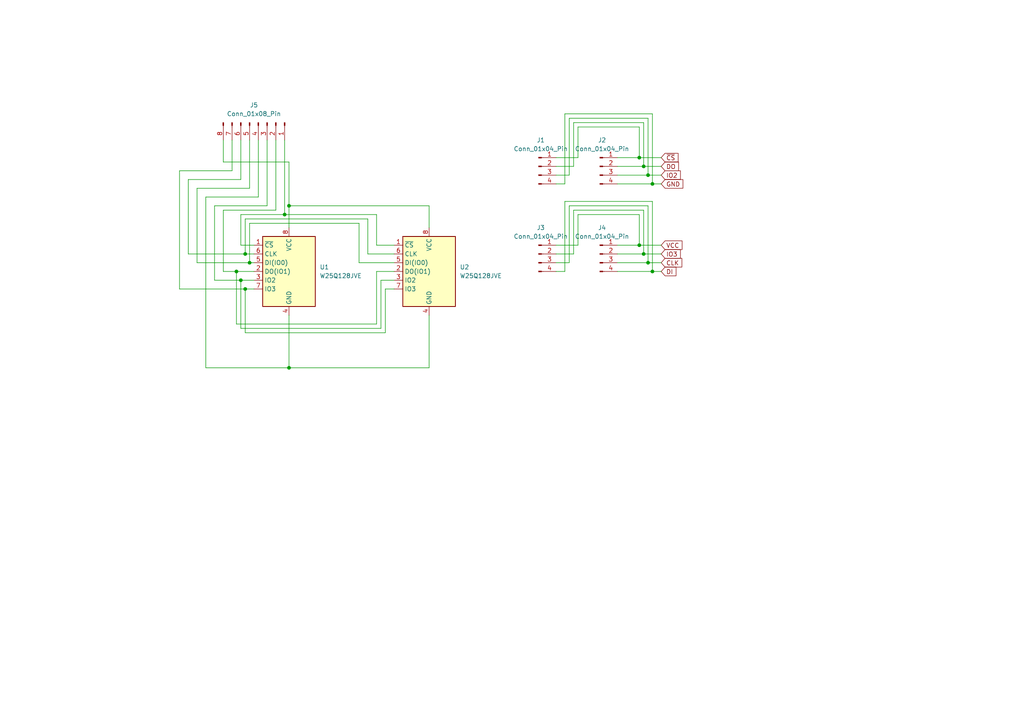
<source format=kicad_sch>
(kicad_sch (version 20231120) (generator "eeschema") (generator_version "8.0")
  (paper "A4")
  (lib_symbols
    (symbol "Connector:Conn_01x04_Pin" (pin_names (offset 1.016) hide)
      (property "Reference" "J" (at 0 5.08 0))
      (property "Value" "Conn_01x04_Pin" (at 0 -7.62 0))
      (symbol "Conn_01x04_Pin_1_1"
        (polyline (pts (xy 1.27 -5.08) (xy 0.8636 -5.08)) (stroke (width 0.1524)))
        (polyline (pts (xy 1.27 -2.54) (xy 0.8636 -2.54)) (stroke (width 0.1524)))
        (polyline (pts (xy 1.27 0) (xy 0.8636 0)) (stroke (width 0.1524)))
        (polyline (pts (xy 1.27 2.54) (xy 0.8636 2.54)) (stroke (width 0.1524)))
        (rectangle (start 0.8636 -4.953) (end 0 -5.207) (stroke (width 0.1524)) (fill (type outline)))
        (rectangle (start 0.8636 -2.413) (end 0 -2.667) (stroke (width 0.1524)) (fill (type outline)))
        (rectangle (start 0.8636 0.127) (end 0 -0.127) (stroke (width 0.1524)) (fill (type outline)))
        (rectangle (start 0.8636 2.667) (end 0 2.413) (stroke (width 0.1524)) (fill (type outline)))
        (pin passive line (at 5.08 2.54 180) (length 3.81) (name "Pin_1") (number "1"))
        (pin passive line (at 5.08 0 180) (length 3.81) (name "Pin_2") (number "2"))
        (pin passive line (at 5.08 -2.54 180) (length 3.81) (name "Pin_3") (number "3"))
        (pin passive line (at 5.08 -5.08 180) (length 3.81) (name "Pin_4") (number "4"))
      )
    )
    (symbol "Connector:Conn_01x08_Pin" (pin_names (offset 1.016) hide)
      (property "Reference" "J" (at 0 10.16 0))
      (property "Value" "Conn_01x08_Pin" (at 0 -12.7 0))
      (symbol "Conn_01x08_Pin_1_1"
        (polyline (pts (xy 1.27 -10.16) (xy 0.8636 -10.16)) (stroke (width 0.1524)))
        (polyline (pts (xy 1.27 -7.62) (xy 0.8636 -7.62)) (stroke (width 0.1524)))
        (polyline (pts (xy 1.27 -5.08) (xy 0.8636 -5.08)) (stroke (width 0.1524)))
        (polyline (pts (xy 1.27 -2.54) (xy 0.8636 -2.54)) (stroke (width 0.1524)))
        (polyline (pts (xy 1.27 0) (xy 0.8636 0)) (stroke (width 0.1524)))
        (polyline (pts (xy 1.27 2.54) (xy 0.8636 2.54)) (stroke (width 0.1524)))
        (polyline (pts (xy 1.27 5.08) (xy 0.8636 5.08)) (stroke (width 0.1524)))
        (polyline (pts (xy 1.27 7.62) (xy 0.8636 7.62)) (stroke (width 0.1524)))
        (rectangle (start 0.8636 -10.033) (end 0 -10.287) (stroke (width 0.1524)) (fill (type outline)))
        (rectangle (start 0.8636 -7.493) (end 0 -7.747) (stroke (width 0.1524)) (fill (type outline)))
        (rectangle (start 0.8636 -4.953) (end 0 -5.207) (stroke (width 0.1524)) (fill (type outline)))
        (rectangle (start 0.8636 -2.413) (end 0 -2.667) (stroke (width 0.1524)) (fill (type outline)))
        (rectangle (start 0.8636 0.127) (end 0 -0.127) (stroke (width 0.1524)) (fill (type outline)))
        (rectangle (start 0.8636 2.667) (end 0 2.413) (stroke (width 0.1524)) (fill (type outline)))
        (rectangle (start 0.8636 5.207) (end 0 4.953) (stroke (width 0.1524)) (fill (type outline)))
        (rectangle (start 0.8636 7.747) (end 0 7.493) (stroke (width 0.1524)) (fill (type outline)))
        (pin passive line (at 5.08 7.62 180) (length 3.81) (name "Pin_1") (number "1"))
        (pin passive line (at 5.08 5.08 180) (length 3.81) (name "Pin_2") (number "2"))
        (pin passive line (at 5.08 2.54 180) (length 3.81) (name "Pin_3") (number "3"))
        (pin passive line (at 5.08 0 180) (length 3.81) (name "Pin_4") (number "4"))
        (pin passive line (at 5.08 -2.54 180) (length 3.81) (name "Pin_5") (number "5"))
        (pin passive line (at 5.08 -5.08 180) (length 3.81) (name "Pin_6") (number "6"))
        (pin passive line (at 5.08 -7.62 180) (length 3.81) (name "Pin_7") (number "7"))
        (pin passive line (at 5.08 -10.16 180) (length 3.81) (name "Pin_8") (number "8"))
      )
    )
    (symbol "Memory_Flash:W25Q128JVE"
      (property "Reference" "U" (at -6.35 11.43 0))
      (property "Value" "W25Q128JVE" (at 7.62 11.43 0))
      (symbol "W25Q128JVE_0_1"
        (rectangle (start -7.62 10.16) (end 7.62 -10.16) (stroke (width 0.254)) (fill (type background)))
      )
      (symbol "W25Q128JVE_1_1"
        (pin input line (at -10.16 7.62 0) (length 2.54) (name "~{CS}") (number "1"))
        (pin bidirectional line (at -10.16 0 0) (length 2.54) (name "DO(IO1)") (number "2"))
        (pin bidirectional line (at -10.16 -2.54 0) (length 2.54) (name "IO2") (number "3"))
        (pin power_in line (at 0 -12.7 90) (length 2.54) (name "GND") (number "4"))
        (pin bidirectional line (at -10.16 2.54 0) (length 2.54) (name "DI(IO0)") (number "5"))
        (pin input line (at -10.16 5.08 0) (length 2.54) (name "CLK") (number "6"))
        (pin bidirectional line (at -10.16 -5.08 0) (length 2.54) (name "IO3") (number "7"))
        (pin power_in line (at 0 12.7 270) (length 2.54) (name "VCC") (number "8"))
      )
    )
  )
  (junction (at 83.82 106.68))
  (junction (at 71.12 73.66))
  (junction (at 187.96 76.2))
  (junction (at 68.58 78.74))
  (junction (at 185.42 71.12))
  (junction (at 69.85 81.28))
  (junction (at 187.96 50.8))
  (junction (at 189.23 53.34))
  (junction (at 185.42 45.72))
  (junction (at 189.23 78.74))
  (junction (at 186.69 48.26))
  (junction (at 71.12 83.82))
  (junction (at 82.55 62.23))
  (junction (at 72.39 76.2))
  (junction (at 186.69 73.66))
  (junction (at 83.82 59.69))
  (wire (pts (xy 179.07 48.26) (xy 186.69 48.26)))
  (wire (pts (xy 111.76 96.52) (xy 71.12 96.52)))
  (wire (pts (xy 72.39 76.2) (xy 73.66 76.2)))
  (wire (pts (xy 67.31 40.64) (xy 67.31 49.53)))
  (wire (pts (xy 114.3 71.12) (xy 109.22 71.12)))
  (wire (pts (xy 114.3 73.66) (xy 106.68 73.66)))
  (wire (pts (xy 163.83 33.02) (xy 189.23 33.02)))
  (wire (pts (xy 72.39 64.77) (xy 104.14 64.77)))
  (wire (pts (xy 71.12 96.52) (xy 71.12 83.82)))
  (wire (pts (xy 83.82 46.99) (xy 64.77 46.99)))
  (wire (pts (xy 72.39 40.64) (xy 72.39 54.61)))
  (wire (pts (xy 186.69 73.66) (xy 186.69 60.96)))
  (wire (pts (xy 187.96 50.8) (xy 191.77 50.8)))
  (wire (pts (xy 83.82 59.69) (xy 83.82 46.99)))
  (wire (pts (xy 68.58 78.74) (xy 73.66 78.74)))
  (wire (pts (xy 166.37 35.56) (xy 166.37 48.26)))
  (wire (pts (xy 165.1 59.69) (xy 187.96 59.69)))
  (wire (pts (xy 57.15 76.2) (xy 72.39 76.2)))
  (wire (pts (xy 124.46 66.04) (xy 124.46 59.69)))
  (wire (pts (xy 187.96 59.69) (xy 187.96 76.2)))
  (wire (pts (xy 189.23 53.34) (xy 179.07 53.34)))
  (wire (pts (xy 186.69 48.26) (xy 186.69 35.56)))
  (wire (pts (xy 161.29 50.8) (xy 165.1 50.8)))
  (wire (pts (xy 163.83 78.74) (xy 163.83 58.42)))
  (wire (pts (xy 167.64 71.12) (xy 167.64 62.23)))
  (wire (pts (xy 69.85 40.64) (xy 69.85 52.07)))
  (wire (pts (xy 110.49 95.25) (xy 69.85 95.25)))
  (wire (pts (xy 110.49 81.28) (xy 110.49 95.25)))
  (wire (pts (xy 163.83 53.34) (xy 163.83 33.02)))
  (wire (pts (xy 185.42 71.12) (xy 191.77 71.12)))
  (wire (pts (xy 74.93 57.15) (xy 59.69 57.15)))
  (wire (pts (xy 189.23 58.42) (xy 189.23 78.74)))
  (wire (pts (xy 114.3 83.82) (xy 111.76 83.82)))
  (wire (pts (xy 57.15 54.61) (xy 57.15 76.2)))
  (wire (pts (xy 54.61 52.07) (xy 54.61 73.66)))
  (wire (pts (xy 74.93 40.64) (xy 74.93 57.15)))
  (wire (pts (xy 161.29 45.72) (xy 167.64 45.72)))
  (wire (pts (xy 54.61 52.07) (xy 69.85 52.07)))
  (wire (pts (xy 167.64 62.23) (xy 185.42 62.23)))
  (wire (pts (xy 82.55 62.23) (xy 109.22 62.23)))
  (wire (pts (xy 189.23 78.74) (xy 191.77 78.74)))
  (wire (pts (xy 124.46 59.69) (xy 83.82 59.69)))
  (wire (pts (xy 71.12 83.82) (xy 52.07 83.82)))
  (wire (pts (xy 106.68 63.5) (xy 106.68 73.66)))
  (wire (pts (xy 64.77 78.74) (xy 68.58 78.74)))
  (wire (pts (xy 77.47 40.64) (xy 77.47 59.69)))
  (wire (pts (xy 166.37 60.96) (xy 166.37 73.66)))
  (wire (pts (xy 77.47 59.69) (xy 62.23 59.69)))
  (wire (pts (xy 72.39 64.77) (xy 72.39 76.2)))
  (wire (pts (xy 167.64 45.72) (xy 167.64 36.83)))
  (wire (pts (xy 69.85 81.28) (xy 73.66 81.28)))
  (wire (pts (xy 71.12 63.5) (xy 106.68 63.5)))
  (wire (pts (xy 69.85 95.25) (xy 69.85 81.28)))
  (wire (pts (xy 71.12 63.5) (xy 71.12 73.66)))
  (wire (pts (xy 71.12 73.66) (xy 73.66 73.66)))
  (wire (pts (xy 54.61 73.66) (xy 71.12 73.66)))
  (wire (pts (xy 83.82 59.69) (xy 83.82 66.04)))
  (wire (pts (xy 64.77 60.96) (xy 64.77 78.74)))
  (wire (pts (xy 161.29 53.34) (xy 163.83 53.34)))
  (wire (pts (xy 124.46 91.44) (xy 124.46 106.68)))
  (wire (pts (xy 59.69 57.15) (xy 59.69 106.68)))
  (wire (pts (xy 187.96 76.2) (xy 179.07 76.2)))
  (wire (pts (xy 80.01 40.64) (xy 80.01 60.96)))
  (wire (pts (xy 189.23 78.74) (xy 179.07 78.74)))
  (wire (pts (xy 167.64 36.83) (xy 185.42 36.83)))
  (wire (pts (xy 109.22 62.23) (xy 109.22 71.12)))
  (wire (pts (xy 161.29 78.74) (xy 163.83 78.74)))
  (wire (pts (xy 186.69 73.66) (xy 191.77 73.66)))
  (wire (pts (xy 109.22 78.74) (xy 109.22 93.98)))
  (wire (pts (xy 163.83 58.42) (xy 189.23 58.42)))
  (wire (pts (xy 161.29 71.12) (xy 167.64 71.12)))
  (wire (pts (xy 161.29 76.2) (xy 165.1 76.2)))
  (wire (pts (xy 109.22 93.98) (xy 68.58 93.98)))
  (wire (pts (xy 189.23 33.02) (xy 189.23 53.34)))
  (wire (pts (xy 80.01 60.96) (xy 64.77 60.96)))
  (wire (pts (xy 186.69 35.56) (xy 166.37 35.56)))
  (wire (pts (xy 83.82 106.68) (xy 83.82 91.44)))
  (wire (pts (xy 186.69 60.96) (xy 166.37 60.96)))
  (wire (pts (xy 114.3 78.74) (xy 109.22 78.74)))
  (wire (pts (xy 187.96 34.29) (xy 187.96 50.8)))
  (wire (pts (xy 186.69 48.26) (xy 191.77 48.26)))
  (wire (pts (xy 62.23 59.69) (xy 62.23 81.28)))
  (wire (pts (xy 165.1 34.29) (xy 187.96 34.29)))
  (wire (pts (xy 71.12 83.82) (xy 73.66 83.82)))
  (wire (pts (xy 69.85 62.23) (xy 69.85 71.12)))
  (wire (pts (xy 187.96 76.2) (xy 191.77 76.2)))
  (wire (pts (xy 185.42 62.23) (xy 185.42 71.12)))
  (wire (pts (xy 185.42 45.72) (xy 191.77 45.72)))
  (wire (pts (xy 185.42 36.83) (xy 185.42 45.72)))
  (wire (pts (xy 165.1 50.8) (xy 165.1 34.29)))
  (wire (pts (xy 114.3 76.2) (xy 104.14 76.2)))
  (wire (pts (xy 62.23 81.28) (xy 69.85 81.28)))
  (wire (pts (xy 166.37 48.26) (xy 161.29 48.26)))
  (wire (pts (xy 57.15 54.61) (xy 72.39 54.61)))
  (wire (pts (xy 59.69 106.68) (xy 83.82 106.68)))
  (wire (pts (xy 124.46 106.68) (xy 83.82 106.68)))
  (wire (pts (xy 82.55 40.64) (xy 82.55 62.23)))
  (wire (pts (xy 69.85 62.23) (xy 82.55 62.23)))
  (wire (pts (xy 69.85 71.12) (xy 73.66 71.12)))
  (wire (pts (xy 165.1 76.2) (xy 165.1 59.69)))
  (wire (pts (xy 189.23 53.34) (xy 191.77 53.34)))
  (wire (pts (xy 185.42 45.72) (xy 179.07 45.72)))
  (wire (pts (xy 185.42 71.12) (xy 179.07 71.12)))
  (wire (pts (xy 166.37 73.66) (xy 161.29 73.66)))
  (wire (pts (xy 179.07 73.66) (xy 186.69 73.66)))
  (wire (pts (xy 104.14 64.77) (xy 104.14 76.2)))
  (wire (pts (xy 111.76 83.82) (xy 111.76 96.52)))
  (wire (pts (xy 68.58 93.98) (xy 68.58 78.74)))
  (wire (pts (xy 114.3 81.28) (xy 110.49 81.28)))
  (wire (pts (xy 52.07 83.82) (xy 52.07 49.53)))
  (wire (pts (xy 64.77 46.99) (xy 64.77 40.64)))
  (wire (pts (xy 187.96 50.8) (xy 179.07 50.8)))
  (wire (pts (xy 67.31 49.53) (xy 52.07 49.53)))
  (global_label "~{CS}" (shape input) (at 191.77 45.72 0) (property "Intersheetrefs" "${INTERSHEET_REFS}" (effects (hide yes))))
  (global_label "VCC" (shape input) (at 191.77 71.12 0) (property "Intersheetrefs" "${INTERSHEET_REFS}" (effects (hide yes))))
  (global_label "DO" (shape input) (at 191.77 48.26 0) (property "Intersheetrefs" "${INTERSHEET_REFS}" (effects (hide yes))))
  (global_label "IO2" (shape input) (at 191.77 50.8 0) (property "Intersheetrefs" "${INTERSHEET_REFS}" (effects (hide yes))))
  (global_label "DI" (shape input) (at 191.77 78.74 0) (property "Intersheetrefs" "${INTERSHEET_REFS}" (effects (hide yes))))
  (global_label "CLK" (shape input) (at 191.77 76.2 0) (property "Intersheetrefs" "${INTERSHEET_REFS}" (effects (hide yes))))
  (global_label "GND" (shape input) (at 191.77 53.34 0) (property "Intersheetrefs" "${INTERSHEET_REFS}" (effects (hide yes))))
  (global_label "IO3" (shape input) (at 191.77 73.66 0) (property "Intersheetrefs" "${INTERSHEET_REFS}" (effects (hide yes))))
  (symbol (lib_id "Memory_Flash:W25Q128JVE") (at 124.46 78.74 0) (unit 1)
    (property "Reference" "U2" (at 133.35 77.4699 0) (effects (justify left)))
    (property "Value" "W25Q128JVE" (at 133.35 80.0099 0) (effects (justify left)))
    (property "Footprint" "interposer:WSON-8-1EP_8x6mm_P1.27mm_EP3.4x4.3mm" (effects (hide yes)))
    (property "Datasheet" "https://www.winbond.com/resource-files/w25q128jv_dtr%20revc%2003272018%20plus.pdf" (effects (hide yes)))
    (property "Description" "128Mb Serial Flash Memory, Standard/Dual/Quad SPI, WSON-8" (effects (hide yes)))
  )
  (symbol (lib_id "Connector:Conn_01x04_Pin") (at 173.99 73.66 0) (unit 1)
    (property "Reference" "J4" (at 174.625 66.04 0))
    (property "Value" "Conn_01x04_Pin" (at 174.625 68.58 0))
    (property "Footprint" "interposer:side_solder_1x4" (effects (hide yes)))
    (property "Description" "Generic connector, single row, 01x04, script generated" (effects (hide yes)))
  )
  (symbol (lib_id "Connector:Conn_01x04_Pin") (at 156.21 48.26 0) (unit 1)
    (property "Reference" "J1" (at 156.845 40.64 0))
    (property "Value" "Conn_01x04_Pin" (at 156.845 43.18 0))
    (property "Footprint" "headers:PinHeader_1x04_P2.54mm_Vertical" (effects (hide yes)))
    (property "Description" "Generic connector, single row, 01x04, script generated" (effects (hide yes)))
  )
  (symbol (lib_id "Connector:Conn_01x04_Pin") (at 156.21 73.66 0) (unit 1)
    (property "Reference" "J3" (at 156.845 66.04 0))
    (property "Value" "Conn_01x04_Pin" (at 156.845 68.58 0))
    (property "Footprint" "headers:PinHeader_1x04_P2.54mm_Vertical" (effects (hide yes)))
    (property "Description" "Generic connector, single row, 01x04, script generated" (effects (hide yes)))
  )
  (symbol (lib_id "Memory_Flash:W25Q128JVE") (at 83.82 78.74 0) (unit 1)
    (property "Reference" "U1" (at 92.71 77.4699 0) (effects (justify left)))
    (property "Value" "W25Q128JVE" (at 92.71 80.0099 0) (effects (justify left)))
    (property "Footprint" "Package_SON:WSON-8-1EP_8x6mm_P1.27mm_EP3.4x4.3mm" (effects (hide yes)))
    (property "Datasheet" "https://www.winbond.com/resource-files/w25q128jv_dtr%20revc%2003272018%20plus.pdf" (effects (hide yes)))
    (property "Description" "128Mb Serial Flash Memory, Standard/Dual/Quad SPI, WSON-8" (effects (hide yes)))
  )
  (symbol (lib_id "Connector:Conn_01x08_Pin") (at 74.93 35.56 270) (unit 1)
    (property "Reference" "J5" (at 73.66 30.48 90))
    (property "Value" "Conn_01x08_Pin" (at 73.66 33.02 90))
    (property "Footprint" "Connector_PinSocket_1.27mm:PinSocket_1x08_P1.27mm_Vertical" (effects (hide yes)))
    (property "Description" "Generic connector, single row, 01x08, script generated" (effects (hide yes)))
  )
  (symbol (lib_id "Connector:Conn_01x04_Pin") (at 173.99 48.26 0) (unit 1)
    (property "Reference" "J2" (at 174.625 40.64 0))
    (property "Value" "Conn_01x04_Pin" (at 174.625 43.18 0))
    (property "Footprint" "interposer:side_solder_1x4" (effects (hide yes)))
    (property "Description" "Generic connector, single row, 01x04, script generated" (effects (hide yes)))
  )
)
</source>
